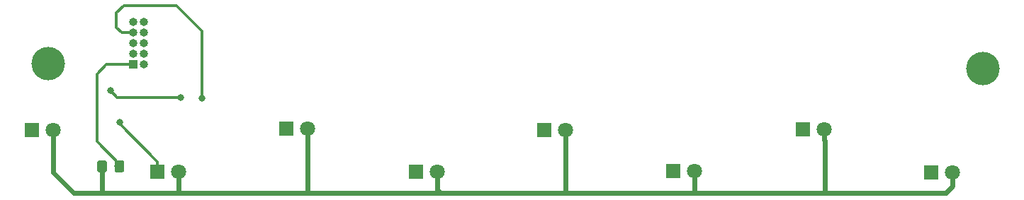
<source format=gbr>
G04 #@! TF.GenerationSoftware,KiCad,Pcbnew,(5.1.2)-2*
G04 #@! TF.CreationDate,2021-01-17T20:54:38+05:30*
G04 #@! TF.ProjectId,VendSensor,56656e64-5365-46e7-936f-722e6b696361,rev?*
G04 #@! TF.SameCoordinates,Original*
G04 #@! TF.FileFunction,Copper,L1,Top*
G04 #@! TF.FilePolarity,Positive*
%FSLAX46Y46*%
G04 Gerber Fmt 4.6, Leading zero omitted, Abs format (unit mm)*
G04 Created by KiCad (PCBNEW (5.1.2)-2) date 2021-01-17 20:54:38*
%MOMM*%
%LPD*%
G04 APERTURE LIST*
%ADD10C,1.800000*%
%ADD11R,1.800000X1.800000*%
%ADD12O,1.000000X1.000000*%
%ADD13R,1.000000X1.000000*%
%ADD14C,0.100000*%
%ADD15C,1.150000*%
%ADD16C,4.000000*%
%ADD17C,0.800000*%
%ADD18C,0.600000*%
%ADD19C,0.300000*%
G04 APERTURE END LIST*
D10*
X146650000Y-50920000D03*
D11*
X144110000Y-50920000D03*
D12*
X65340000Y-38060000D03*
X64070000Y-38060000D03*
X65340000Y-39330000D03*
X64070000Y-39330000D03*
X65340000Y-40600000D03*
X64070000Y-40600000D03*
X65340000Y-41870000D03*
X64070000Y-41870000D03*
X65340000Y-43140000D03*
D13*
X64070000Y-43140000D03*
D14*
G36*
X60694505Y-54651204D02*
G01*
X60718773Y-54654804D01*
X60742572Y-54660765D01*
X60765671Y-54669030D01*
X60787850Y-54679520D01*
X60808893Y-54692132D01*
X60828599Y-54706747D01*
X60846777Y-54723223D01*
X60863253Y-54741401D01*
X60877868Y-54761107D01*
X60890480Y-54782150D01*
X60900970Y-54804329D01*
X60909235Y-54827428D01*
X60915196Y-54851227D01*
X60918796Y-54875495D01*
X60920000Y-54899999D01*
X60920000Y-55800001D01*
X60918796Y-55824505D01*
X60915196Y-55848773D01*
X60909235Y-55872572D01*
X60900970Y-55895671D01*
X60890480Y-55917850D01*
X60877868Y-55938893D01*
X60863253Y-55958599D01*
X60846777Y-55976777D01*
X60828599Y-55993253D01*
X60808893Y-56007868D01*
X60787850Y-56020480D01*
X60765671Y-56030970D01*
X60742572Y-56039235D01*
X60718773Y-56045196D01*
X60694505Y-56048796D01*
X60670001Y-56050000D01*
X60019999Y-56050000D01*
X59995495Y-56048796D01*
X59971227Y-56045196D01*
X59947428Y-56039235D01*
X59924329Y-56030970D01*
X59902150Y-56020480D01*
X59881107Y-56007868D01*
X59861401Y-55993253D01*
X59843223Y-55976777D01*
X59826747Y-55958599D01*
X59812132Y-55938893D01*
X59799520Y-55917850D01*
X59789030Y-55895671D01*
X59780765Y-55872572D01*
X59774804Y-55848773D01*
X59771204Y-55824505D01*
X59770000Y-55800001D01*
X59770000Y-54899999D01*
X59771204Y-54875495D01*
X59774804Y-54851227D01*
X59780765Y-54827428D01*
X59789030Y-54804329D01*
X59799520Y-54782150D01*
X59812132Y-54761107D01*
X59826747Y-54741401D01*
X59843223Y-54723223D01*
X59861401Y-54706747D01*
X59881107Y-54692132D01*
X59902150Y-54679520D01*
X59924329Y-54669030D01*
X59947428Y-54660765D01*
X59971227Y-54654804D01*
X59995495Y-54651204D01*
X60019999Y-54650000D01*
X60670001Y-54650000D01*
X60694505Y-54651204D01*
X60694505Y-54651204D01*
G37*
D15*
X60345000Y-55350000D03*
D14*
G36*
X62744505Y-54651204D02*
G01*
X62768773Y-54654804D01*
X62792572Y-54660765D01*
X62815671Y-54669030D01*
X62837850Y-54679520D01*
X62858893Y-54692132D01*
X62878599Y-54706747D01*
X62896777Y-54723223D01*
X62913253Y-54741401D01*
X62927868Y-54761107D01*
X62940480Y-54782150D01*
X62950970Y-54804329D01*
X62959235Y-54827428D01*
X62965196Y-54851227D01*
X62968796Y-54875495D01*
X62970000Y-54899999D01*
X62970000Y-55800001D01*
X62968796Y-55824505D01*
X62965196Y-55848773D01*
X62959235Y-55872572D01*
X62950970Y-55895671D01*
X62940480Y-55917850D01*
X62927868Y-55938893D01*
X62913253Y-55958599D01*
X62896777Y-55976777D01*
X62878599Y-55993253D01*
X62858893Y-56007868D01*
X62837850Y-56020480D01*
X62815671Y-56030970D01*
X62792572Y-56039235D01*
X62768773Y-56045196D01*
X62744505Y-56048796D01*
X62720001Y-56050000D01*
X62069999Y-56050000D01*
X62045495Y-56048796D01*
X62021227Y-56045196D01*
X61997428Y-56039235D01*
X61974329Y-56030970D01*
X61952150Y-56020480D01*
X61931107Y-56007868D01*
X61911401Y-55993253D01*
X61893223Y-55976777D01*
X61876747Y-55958599D01*
X61862132Y-55938893D01*
X61849520Y-55917850D01*
X61839030Y-55895671D01*
X61830765Y-55872572D01*
X61824804Y-55848773D01*
X61821204Y-55824505D01*
X61820000Y-55800001D01*
X61820000Y-54899999D01*
X61821204Y-54875495D01*
X61824804Y-54851227D01*
X61830765Y-54827428D01*
X61839030Y-54804329D01*
X61849520Y-54782150D01*
X61862132Y-54761107D01*
X61876747Y-54741401D01*
X61893223Y-54723223D01*
X61911401Y-54706747D01*
X61931107Y-54692132D01*
X61952150Y-54679520D01*
X61974329Y-54669030D01*
X61997428Y-54660765D01*
X62021227Y-54654804D01*
X62045495Y-54651204D01*
X62069999Y-54650000D01*
X62720001Y-54650000D01*
X62744505Y-54651204D01*
X62744505Y-54651204D01*
G37*
D15*
X62395000Y-55350000D03*
D10*
X161950000Y-56100000D03*
D11*
X159410000Y-56100000D03*
D10*
X131130000Y-55940000D03*
D11*
X128590000Y-55940000D03*
D10*
X115720000Y-51010000D03*
D11*
X113180000Y-51010000D03*
D10*
X100360000Y-55980000D03*
D11*
X97820000Y-55980000D03*
D10*
X84850000Y-50830000D03*
D11*
X82310000Y-50830000D03*
D10*
X69510000Y-55970000D03*
D11*
X66970000Y-55970000D03*
D10*
X54500000Y-50970000D03*
D11*
X51960000Y-50970000D03*
D16*
X165620000Y-43620000D03*
X53870000Y-43030000D03*
D17*
X72270000Y-47210000D03*
X69775000Y-47085000D03*
X61370000Y-46300000D03*
X62420000Y-50090000D03*
D18*
X54500000Y-56080000D02*
X54500000Y-50970000D01*
X161950000Y-57700000D02*
X161150000Y-58500000D01*
X161950000Y-56100000D02*
X161950000Y-57700000D01*
X161150000Y-58500000D02*
X159550000Y-58500000D01*
X159550000Y-58500000D02*
X159540000Y-58510000D01*
X56930000Y-58510000D02*
X54500000Y-56080000D01*
X146690000Y-52232792D02*
X146690000Y-58510000D01*
X146650000Y-52192792D02*
X146690000Y-52232792D01*
X146650000Y-50920000D02*
X146650000Y-52192792D01*
X159540000Y-58510000D02*
X146690000Y-58510000D01*
X131130000Y-58310000D02*
X131330000Y-58510000D01*
X131130000Y-55940000D02*
X131130000Y-58310000D01*
X146690000Y-58510000D02*
X131330000Y-58510000D01*
X115720000Y-58300000D02*
X115510000Y-58510000D01*
X115720000Y-51010000D02*
X115720000Y-58300000D01*
X131330000Y-58510000D02*
X115510000Y-58510000D01*
X100360000Y-58140000D02*
X100730000Y-58510000D01*
X100360000Y-55980000D02*
X100360000Y-58140000D01*
X115510000Y-58510000D02*
X100730000Y-58510000D01*
X84850000Y-58260000D02*
X85100000Y-58510000D01*
X84850000Y-50830000D02*
X84850000Y-58260000D01*
X100730000Y-58510000D02*
X85100000Y-58510000D01*
X69510000Y-58310000D02*
X69710000Y-58510000D01*
X69510000Y-55970000D02*
X69510000Y-58310000D01*
X85100000Y-58510000D02*
X69710000Y-58510000D01*
X60345000Y-58445000D02*
X60280000Y-58510000D01*
X60345000Y-55350000D02*
X60345000Y-58445000D01*
X69710000Y-58510000D02*
X60280000Y-58510000D01*
X60280000Y-58510000D02*
X56930000Y-58510000D01*
D19*
X62690000Y-39330000D02*
X64070000Y-39330000D01*
X72270000Y-47210000D02*
X72270000Y-39160000D01*
X72270000Y-39160000D02*
X69200000Y-36090000D01*
X69200000Y-36090000D02*
X62950000Y-36090000D01*
X62950000Y-36090000D02*
X62070000Y-36970000D01*
X62070000Y-36970000D02*
X62070000Y-38710000D01*
X62070000Y-38710000D02*
X62690000Y-39330000D01*
X62155000Y-47085000D02*
X61370000Y-46300000D01*
X69775000Y-47085000D02*
X62155000Y-47085000D01*
X66970000Y-54770000D02*
X62470000Y-50270000D01*
X66970000Y-55970000D02*
X66970000Y-54770000D01*
X62470000Y-50270000D02*
X62470000Y-50070000D01*
X64070000Y-43140000D02*
X63270000Y-43140000D01*
X63270000Y-43140000D02*
X60840000Y-43140000D01*
X60840000Y-43140000D02*
X59710000Y-44270000D01*
X59710000Y-44270000D02*
X59710000Y-52340000D01*
X59710000Y-52340000D02*
X62490000Y-55120000D01*
M02*

</source>
